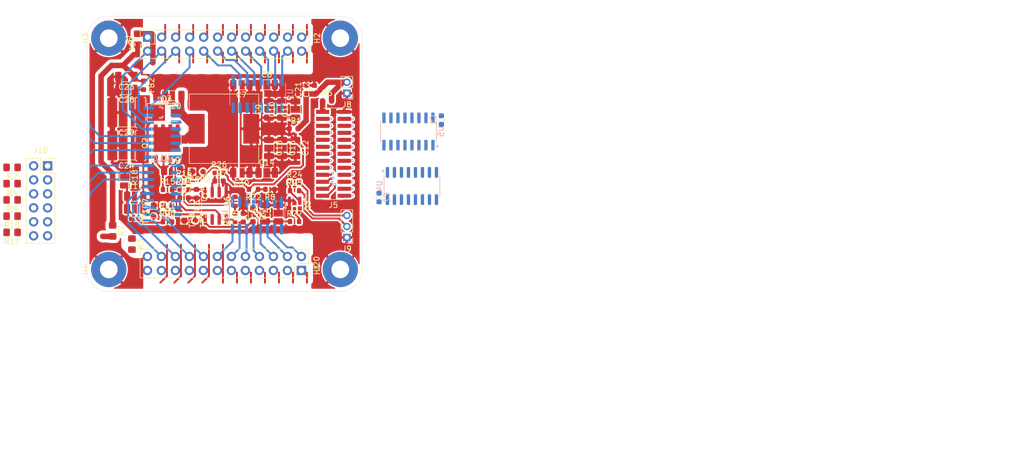
<source format=kicad_pcb>
(kicad_pcb (version 20240108) (generator "pcbnew") (generator_version "8.0")
  (layers (0 "F.Cu" mixed) (1 "In1.Cu" power) (2 "In2.Cu" signal) (3 "In3.Cu" power) (4 "In4.Cu" power) (5 "In5.Cu" signal) (6 "In6.Cu" power) (31 "B.Cu" mixed) (34 "B.Paste" user) (35 "F.Paste" user) (36 "B.SilkS" user "B.Silkscreen") (37 "F.SilkS" user "F.Silkscreen") (38 "B.Mask" user) (39 "F.Mask" user) (44 "Edge.Cuts" user))
  (net 0 "")
  (net 1 "VIN")
  (net 2 "GND")
  (net 3 "VREF")
  (net 4 "Net-(U3-RC)")
  (net 5 "Net-(U3-CS)")
  (net 6 "VCC")
  (net 7 "Net-(D3-K)")
  (net 8 "/FB")
  (net 9 "Net-(D3-A)")
  (net 10 "B+")
  (net 11 "Net-(D4-A)")
  (net 12 "Net-(C25-Pad2)")
  (net 13 "Net-(D4-K)")
  (net 14 "Net-(U3-VCC)")
  (net 15 "/OutTransistorArray/Cath_A03")
  (net 16 "/OutTransistorArray/Cath_A02")
  (net 17 "/OutTransistorArray/Cath_A09")
  (net 18 "/OutTransistorArray/Cath_A08")
  (net 19 "/OutTransistorArray/Cath_A11")
  (net 20 "/OutTransistorArray/Cath_A06")
  (net 21 "/OutTransistorArray/Cath_A10")
  (net 22 "/OutTransistorArray/Cath_A01")
  (net 23 "/OutTransistorArray/Cath_A04")
  (net 24 "/OutTransistorArray/Cath_A07")
  (net 25 "/OutTransistorArray/Cath_A05")
  (net 26 "/OutTransistorArray/Cath_B01")
  (net 27 "/OutTransistorArray/Cath_B10")
  (net 28 "/OutTransistorArray/Cath_B04")
  (net 29 "/OutTransistorArray/Cath_B05")
  (net 30 "/OutTransistorArray/Cath_B11")
  (net 31 "/OutTransistorArray/Cath_B06")
  (net 32 "/OutTransistorArray/Cath_B08")
  (net 33 "/OutTransistorArray/Cath_B07")
  (net 34 "/OutTransistorArray/Cath_B09")
  (net 35 "/OutTransistorArray/Cath_B03")
  (net 36 "/OutTransistorArray/Cath_B02")
  (net 37 "unconnected-(J5-Pin_19-Pad19)")
  (net 38 "/X06")
  (net 39 "unconnected-(J5-Pin_18-Pad18)")
  (net 40 "/X05")
  (net 41 "unconnected-(J5-Pin_23-Pad23)")
  (net 42 "unconnected-(J5-Pin_22-Pad22)")
  (net 43 "unconnected-(J5-Pin_20-Pad20)")
  (net 44 "unconnected-(J5-Pin_17-Pad17)")
  (net 45 "unconnected-(J5-Pin_24-Pad24)")
  (net 46 "unconnected-(J5-Pin_21-Pad21)")
  (net 47 "/OutTransistorArray/Cath_X05")
  (net 48 "/OutTransistorArray/Cath_X06")
  (net 49 "/~{ENABLE}")
  (net 50 "/OutTransistorArray/Cath_X02")
  (net 51 "/OutTransistorArray/Cath_X04")
  (net 52 "/OutTransistorArray/Cath_X01")
  (net 53 "/OutTransistorArray/Cath_X03")
  (net 54 "Net-(Q2-G)")
  (net 55 "/ISENSE")
  (net 56 "Net-(Q3-B)")
  (net 57 "Net-(Q3-C)")
  (net 58 "/GATE_SIG")
  (net 59 "/DemultiplexerArray/A04")
  (net 61 "/DemultiplexerArray/A06")
  (net 62 "/DemultiplexerArray/A07")
  (net 63 "/DemultiplexerArray/A03")
  (net 64 "/DemultiplexerArray/A01")
  (net 65 "/DemultiplexerArray/A02")
  (net 66 "/DemultiplexerArray/A05")
  (net 67 "/DemultiplexerArray/B01")
  (net 68 "/DemultiplexerArray/A09")
  (net 69 "/DemultiplexerArray/B03")
  (net 70 "/DemultiplexerArray/A10")
  (net 72 "/DemultiplexerArray/B02")
  (net 73 "/DemultiplexerArray/A08")
  (net 74 "/DemultiplexerArray/B06")
  (net 75 "/DemultiplexerArray/B04")
  (net 76 "/DemultiplexerArray/B05")
  (net 77 "/DemultiplexerArray/B08")
  (net 78 "/DemultiplexerArray/B09")
  (net 79 "/DemultiplexerArray/B10")
  (net 80 "/DemultiplexerArray/B07")
  (net 83 "/A_bit3")
  (net 84 "/X01")
  (net 85 "/A_bit2")
  (net 86 "/B_bit0")
  (net 87 "/X04")
  (net 88 "/X02")
  (net 89 "/B_bit1")
  (net 90 "/A_bit1")
  (net 91 "/B_bit2")
  (net 92 "/B_bit3")
  (net 93 "/X03")
  (net 94 "/A11")
  (net 95 "/B11")
  (net 96 "/A_bit0")
  (net 97 "Net-(R13-Pad2)")
  (net 98 "Net-(J5-Pin_26)")
  (net 99 "Net-(J19-Pin_23)")
  (net 100 "Net-(J20-Pin_23)")
  (net 101 "Net-(J10-Pin_6)")
  (net 102 "Net-(J10-Pin_10)")
  (net 103 "Net-(J10-Pin_2)")
  (net 104 "Net-(J10-Pin_8)")
  (net 105 "Net-(J10-Pin_4)")
  (net 106 "Net-(J10-Pin_12)")
  (footprint "Capacitor_SMD:C_2220_5750Metric" (layer "F.Cu") (at 57.2 73.5 180)
    (property "Reference" "C24")
    (property "Value" "1u 250V")
  )
  (footprint "Connector_PinHeader_2.00mm:PinHeader_1x03_P2.00mm_Vertical" (layer "F.Cu") (at 97.2 90.2 180)
    (property "Reference" "J9")
    (property "Value" "~{EN}")
  )
  (footprint "Resistor_SMD:R_0603_1608Metric" (layer "F.Cu") (at 80.25 81.45 180)
    (property "Reference" "R22")
    (property "Value" "4k7")
  )
  (footprint "TestPoint:TestPoint_Pad_D1.0mm" (layer "F.Cu") (at 69.7 87.1 -90)
    (property "Reference" "TP3")
    (property "Value" "TP_COMP")
  )
  (footprint "TestPoint:TestPoint_Pad_1.0x1.0mm" (layer "F.Cu") (at 67.7 87.1 -90)
    (property "Reference" "TP8")
    (property "Value" "TP_GND")
  )
  (footprint "Resistor_SMD:R_0603_1608Metric" (layer "F.Cu") (at 76.9 83.65 90)
    (property "Reference" "R6")
    (property "Value" "0")
  )
  (footprint "Resistor_SMD:R_0603_1608Metric" (layer "F.Cu") (at 76.9 86.65 90)
    (property "Reference" "R13")
    (property "Value" "41.2k")
  )
  (footprint "Capacitor_SMD:C_1206_3216Metric" (layer "F.Cu") (at 83.05 66.95 90)
    (property "Reference" "C9")
    (property "Value" "10u 50V")
  )
  (footprint "Resistor_SMD:R_0603_1608Metric" (layer "F.Cu") (at 74 78.4)
    (property "Reference" "R26")
    (property "Value" "0")
  )
  (footprint "Capacitor_SMD:C_2220_5750Metric" (layer "F.Cu") (at 57.2 67.5 180)
    (property "Reference" "C29")
    (property "Value" "1u 250V")
  )
  (footprint "Resistor_SMD:R_0805_2012Metric_Pad1.20x1.40mm_HandSolder" (layer "F.Cu") (at 54.7 89 -90)
    (property "Reference" "R7")
    (property "Value" "8.66k")
  )
  (footprint "Inductor_SMD:L_0603_1608Metric" (layer "F.Cu") (at 87.55 70.45)
    (property "Reference" "FB1")
    (property "Value" "60R@100MHz")
  )
  (footprint "Capacitor_SMD:C_1206_3216Metric" (layer "F.Cu") (at 57.2 63.35 180)
    (property "Reference" "C28")
    (property "Value" "100n 250V")
  )
  (footprint "TestPoint:TestPoint_Pad_D1.0mm" (layer "F.Cu") (at 71.1 78.25 180)
    (property "Reference" "TP2")
    (property "Value" "TP_GATE")
  )
  (footprint "Capacitor_SMD:C_0603_1608Metric" (layer "F.Cu") (at 89.8 63.35 90)
    (property "Reference" "C21")
    (property "Value" "100u")
  )
  (footprint "Diode_SMD:D_SMA" (layer "F.Cu") (at 64.5 67.5)
    (property "Reference" "D3")
    (property "Value" "ES1D")
  )
  (footprint "Capacitor_SMD:C_0603_1608Metric" (layer "F.Cu") (at 91.3 63.35 90)
    (property "Reference" "C22")
    (property "Value" "100n")
  )
  (footprint "Capacitor_SMD:C_1206_3216Metric" (layer "F.Cu") (at 58.8 85 180)
    (property "Reference" "C19")
    (property "Value" "100p 250V")
  )
  (footprint "Resistor_SMD:R_0805_2012Metric_Pad1.20x1.40mm_HandSolder" (layer "F.Cu") (at 58.2 91.4 -90)
    (property "Reference" "R3")
    (property "Value" "8.66k")
  )
  (footprint "Resistor_SMD:R_1206_3216Metric" (layer "F.Cu") (at 56.9 79.3 -90)
    (property "Reference" "R18")
    (property "Value" "7.68k, 1%")
  )
  (footprint "Connector_PinHeader_2.00mm:PinHeader_1x02_P2.00mm_Vertical" (layer "F.Cu") (at 97.2 64 180)
    (property "Reference" "J8")
    (property "Value" "V_IN")
  )
  (footprint "Connector_PinHeader_1.27mm:PinHeader_2x13_P1.27mm_Vertical_SMD" (layer "F.Cu") (at 94.75 75 180)
    (property "Reference" "J5")
    (property "Value" "BCD_IN")
  )
  (footprint "Diode_SMD:D_SOD-323_HandSoldering" (layer "F.Cu") (at 80.15 86.1 -90)
    (property "Reference" "D4")
    (property "Value" "BAT54WS-TP")
  )
  (footprint "Capacitor_SMD:C_0603_1608Metric" (layer "F.Cu") (at 69.9 82.25 -90)
    (property "Reference" "C15")
    (property "Value" "100n")
  )
  (footprint "TestPoint:TestPoint_Pad_1.0x1.0mm" (layer "F.Cu") (at 62.15 84.4 90)
    (property "Reference" "TP7")
    (property "Value" "TP_GND")
  )
  (footprint "Resistor_SMD:R_0603_1608Metric" (layer "F.Cu") (at 93.6 65.4)
    (property "Reference" "R5")
    (property "Value" "0")
  )
  (footprint "TestPoint:TestPoint_Pad_D1.0mm" (layer "F.Cu") (at 62.15 86.4 90)
    (property "Reference" "TP1")
    (property "Value" "TP_FB")
  )
  (footprint "MountingHole:MountingHole_3.2mm_M3_Pad" (layer "F.Cu") (at 96 96 90)
    (property "Reference" "H1")
    (property "Value" "MountingHole_Pad")
  )
  (footprint "Resistor_SMD:R_0603_1608Metric" (layer "F.Cu") (at 87.7 81.7)
    (property "Reference" "R25")
    (property "Value" "1k")
  )
  (footprint "Package_TO_SOT_SMD:SOT-23" (layer "F.Cu") (at 87.7 84.45 -90)
    (property "Reference" "Q3")
    (property "Value" "MMBTA42")
  )
  (footprint "Capacitor_SMD:C_1206_3216Metric" (layer "F.Cu") (at 82.35 85.8 90)
    (property "Reference" "C6")
    (property "Value" "10u 50V")
  )
  (footprint "Resistor_SMD:R_0805_2012Metric_Pad1.20x1.40mm_HandSolder" (layer "F.Cu") (at 36.46 86.32 180)
    (property "Reference" "R10")
    (property "Value" "8.66k")
  )
  (footprint "Capacitor_SMD:C_1206_3216Metric" (layer "F.Cu") (at 85.45 66.95 90)
    (property "Reference" "C10")
    (property "Value" "10u 50V")
  )
  (footprint "Connector_PinSocket_2.54mm:PinSocket_2x12_P2.54mm_Vertical" (layer "F.Cu") (at 61.05 53.81 90)
    (property "Reference" "J19")
    (property "Value" "TubeA")
  )
  (footprint "TestPoint:TestPoint_Pad_1.0x1.0mm" (layer "F.Cu") (at 69.1 78.25 180)
    (property "Reference" "TP6")
    (property "Value" "TP_GND")
  )
  (footprint "Resistor_SMD:R_1206_3216Metric" (layer "F.Cu") (at 65.5 78)
    (property "Reference" "R19")
    (property "Value" "0R1, 1/2W")
  )
  (footprint "Resistor_SMD:R_0805_2012Metric_Pad1.20x1.40mm_HandSolder" (layer "F.Cu") (at 36.46 89.27 180)
    (property "Reference" "R11")
    (property "Value" "8.66k")
  )
  (footprint "Connector_PinSocket_2.54mm:PinSocket_2x12_P2.54mm_Vertical" (layer "F.Cu") (at 88.95 96.19 -90)
    (property "Reference" "J20")
    (property "Value" "TubeB")
  )
  (footprint "Inductor_SMD:L_0603_1608Metric" (layer "F.Cu") (at 60.3 62.55 -90)
    (property "Reference" "FB2")
    (property "Value" "60R@100MHz")
  )
  (footprint "MountingHole:MountingHole_3.2mm_M3_Pad" (layer "F.Cu") (at 96 54 90)
    (property "Reference" "H2")
    (property "Value" "MountingHole_Pad")
  )
  (footprint "Inductor_SMD:L_12x12mm_H8mm" (layer "F.Cu") (at 74.9 70.45 180)
    (property "Reference" "L4")
    (property "Value" "330u")
  )
  (footprint "Capacitor_SMD:C_1206_3216Metric" (layer "F.Cu") (at 82.65 78.45)
    (property "Reference" "C14")
    (property "Value" "10u 50V")
  )
  (footprint "Resistor_SMD:R_0603_1608Metric" (layer "F.Cu") (at 67.65 80)
    (property "Reference" "R16")
    (property "Value" "10R")
  )
  (footprint "Resistor_SMD:R_0603_1608Metric" (layer "F.Cu") (at 87.7 87.3)
    (property "Reference" "R27")
    (property "Value" "24R")
  )
  (footprint "Resistor_SMD:R_0603_1608Metric" (layer "F.Cu") (at 87.7 80.2)
    (property "Reference" "R24")
    (property "Value" "100k")
  )
  (footprint "Capacitor_SMD:C_1206_3216Metric" (layer "F.Cu") (at 82.65 62.45)
    (property "Reference" "C8")
    (property "Value" "10u 50V")
  )
  (footprint "Resistor_SMD:R_1206_3216Metric" (layer "F.Cu") (at 58.8 82.7)
    (property "Reference" "R17")
    (property "Value" "634k, 1%")
  )
  (footprint "Capacitor_SMD:C_1206_3216Metric" (layer "F.Cu") (at 65.7 64.45 180)
    (property "Reference" "C20")
    (property "Value" "560p 250V")
  )
  (footprint "Capacitor_SMD:C_1206_3216Metric" (layer "F.Cu") (at 87.85 73.95 -90)
    (property "Reference" "C12")
    (property "Value" "10u 50V")
  )
  (footprint "Resistor_SMD:R_0603_1608Metric" (layer "F.Cu") (at 64.65 85.85)
    (property "Reference" "R21")
    (property "Value" "0")
  )
  (footprint "Capacitor_SMD:C_0603_1608Metric" (layer "F.Cu") (at 67.65 83)
    (property "Reference" "C17")
    (property "Value" "1n")
  )
  (footprint "Capacitor_SMD:C_1206_3216Metric" (layer "F.Cu") (at 78.05 78.45 180)
    (property "Reference" "C30")
    (property "Value" "10u 50V")
  )
  (footprint "Resistor_SMD:R_0805_2012Metric_Pad1.20x1.40mm_HandSolder" (layer "F.Cu") (at 59.25 54.2 90)
    (property "Reference" "R1")
    (property "Value" "8.66k")
  )
  (footprint "MountingHole:MountingHole_3.2mm_M3_Pad" (layer "F.Cu") (at 54 96 90)
    (property "Reference" "H4")
    (property "Value" "MountingHole_Pad")
  )
  (footprint "Resistor_SMD:R_0805_2012Metric_Pad1.20x1.40mm_HandSolder" (layer "F.Cu") (at 36.46 77.47 180)
    (property "Reference" "R2")
    (property "Value" "8.66k")
  )
  (footprint "Capacitor_SMD:C_1206_3216Metric" (layer "F.Cu") (at 85.45 73.95 -90)
    (property "Reference" "C13")
    (property "Value" "10u 50V")
  )
  (footprint "Package_SO:SOIC-8_3.9x4.9mm_P1.27mm" (layer "F.Cu") (at 73.4 84.45 90)
    (property "Reference" "U3")
    (property "Value" "UCC3800")
  )
  (footprint "Capacitor_SMD:C_0603_1608Metric" (layer "F.Cu") (at 78.4 86.6 90)
    (property "Reference" "C16")
    (property "Value" "330p")
  )
  (footprint "Capacitor_SMD:C_1206_3216Metric" (layer "F.Cu") (at 87.85 66.95 90)
    (property "Reference" "C11")
    (property "Value" "10u 50V")
  )
  (footprint "Resistor_SMD:R_0603_1608Metric" (layer "F.Cu") (at 67.65 81.5)
    (property "Reference" "R14")
    (property "Value" "4.12k")
  )
  (footprint "Resistor_SMD:R_0603_1608Metric" (layer "F.Cu") (at 64.65 87.35)
    (property "Reference" "R20")
    (property "Value" "0")
  )
  (footprint "Resistor_SMD:R_0603_1608Metric" (layer "F.Cu") (at 64.65 81.5)
    (property "Reference" "R15")
    (property "Value" "1k")
  )
  (footprint "Capacitor_SMD:C_0603_1608Metric" (layer "F.Cu") (at 74 79.95)
    (property "Reference" "C27")
    (property "Value" "100n")
  )
  (footprint "Resistor_SMD:R_0603_1608Metric" (layer "F.Cu") (at 83.25 81.45 180)
    (property "Reference" "R8")
    (property "Value" "220k")
  )
  (footprint "Capacitor_SMD:C_1206_3216Metric" (layer "F.Cu") (at 84.75 85.8 90)
    (property "Reference" "C5")
    (property "Value" "10u 50V")
  )
  (footprint "Capacitor_SMD:C_1206_3216Metric" (layer "F.Cu") (at 57.2 61 180)
    (property "Reference" "C23")
    (property "Value" "100n 250V")
  )
  (footprint "Connector_PinSocket_2.54mm:PinSocket_2x06_P2.54mm_Vertical" (layer "F.Cu") (at 42.9 77.19)
    (property "Reference" "J10")
    (property "Value" "Extras")
  )
  (footprint "Resistor_SMD:R_0805_2012Metric_Pad1.20x1.40mm_HandSolder" (layer "F.Cu") (at 36.46 80.42 180)
    (property "Reference" "R4")
    (property "Value" "8.66k")
  )
  (footprint "MountingHole:MountingHole_3.2mm_M3_Pad" (layer "F.Cu") (at 54 54 90)
    (property "Reference" "H3")
    (property "Value" "MountingHole_Pad")
  )
  (footprint "Package_SON:Infineon_PG-TDSON-8_6.15x5.15mm" (layer "F.Cu") (at 64.5 73.075 90)
    (property "Reference" "Q2")
    (property "Value" "BSC900N20NS3 G")
  )
  (footprint "Capacitor_SMD:C_1206_3216Metric" (layer "F.Cu") (at 83.05 73.95 -90)
    (property "Reference" "C18")
    (property "Value" "10u 50V")
  )
  (footprint "Capacitor_SMD:C_1206_3216Metric" (layer "F.Cu") (at 78.05 62.45 180)
    (property "Reference" "C7")
    (property "Value" "10u 50V")
  )
  (footprint "Capacitor_SMD:C_0603_1608Metric" (layer "F.Cu") (at 64.65 84.35 180)
    (property "Reference" "C25")
    (property "Value" "220p")
  )
  (footprint "Resistor_SMD:R_0805_2012Metric_Pad1.20x1.40mm_HandSolder" (layer "F.Cu") (at 36.46 83.37 180)
    (property "Reference" "R9")
    (property "Value" "8.66k")
  )
  (footprint "Package_SO:SOIC-16_3.9x9.9mm_P1.27mm" (layer "B.Cu") (at 63.725 71.155 180)
    (property "Reference" "U7")
    (property "Value" "SN75468")
  )
  (footprint "Capacitor_SMD:C_0603_1608Metric" (layer "B.Cu") (at 114.334 68.866 -90)
    (property "Reference" "C1")
    (property "Value" "100n")
  )
  (footprint "Package_SO:SOIC-16_3.9x9.9mm_P1.27mm" (layer "B.Cu") (at 81.015 64.15 90)
    (property "Reference" "U1")
    (property "Value" "SN75468")
  )
  (footprint "Package_SO:SOIC-16_3.9x9.9mm_P1.27mm" (layer "B.Cu") (at 63.725 81.575 180)
    (property "Reference" "U17")
    (property "Value" "SN75468")
  )
  (footprint "Package_SO:SOIC-16_3.9x9.9mm_P1.27mm" (layer "B.Cu") (at 80.9 86.2 -90)
    (property "Reference" "U2")
    (property "Value" "SN75468")
  )
  (footprint "Package_SO:SOIC-16_3.9x9.9mm_P1.27mm" (layer "B.Cu") (at 109 80.85 -90)
    (property "Reference" "U4")
    (property "Value" "4028")
  )
  (footprint "Capacitor_SMD:C_0603_1608Metric" (layer "B.Cu") (at 103.031 82.934 90)
    (property "Reference" "C2")
    (property "Value" "100n")
  )
  (footprint "Package_SO:SOIC-16_3.9x9.9mm_P1.27mm" (layer "B.Cu") (at 108.365 70.95 90)
    (property "Reference" "U5")
    (property "Value" "4028")
  )
  (gr_arc (start 54 100) (mid 51.171573 98.828427) (end 50 96) (stroke (width 0.05)) (layer "Edge.Cuts"))
  (gr_arc (start 50 54) (mid 51.171573 51.171573) (end 54 50) (stroke (width 0.05)) (layer "Edge.Cuts"))
  (gr_arc (start 100 96) (mid 98.828427 98.828427) (end 96 100) (stroke (width 0.05)) (layer "Edge.Cuts"))
  (gr_line (start 100 96) (end 100 54) (stroke (width 0.05)) (layer "Edge.Cuts"))
  (gr_arc (start 96 50) (mid 98.828427 51.171573) (end 100 54) (stroke (width 0.05)) (layer "Edge.Cuts"))
  (gr_line (start 96 50) (end 54 50) (stroke (width 0.05)) (layer "Edge.Cuts"))
  (gr_line (start 50 54) (end 50 96) (stroke (width 0.05)) (layer "Edge.Cuts"))
  (gr_line (start 54 100) (end 96 100) (stroke (width 0.05)) (layer "Edge.Cuts"))
  (segment (start 91.177818 86.2) (end 90.05 85.072182) (width 0.35) (layer "F.Cu") (net 1))
  (segment (start 94.425 64.025) (end 94.425 65.4) (width 1) (layer "F.Cu") (net 1))
  (segment (start 89.8 64.125) (end 91.3 64.125) (width 1) (layer "F.Cu") (net 1))
  (segment (start 90.05 85.072182) (end 90.05 81.725) (width 0.35) (layer "F.Cu") (net 1))
  (segment (start 96.45 62) (end 94.425 64.025) (width 1) (layer "F.Cu") (net 1))
  (segment (start 93.664382 62) (end 91.539382 64.125) (width 1) (layer "F.Cu") (net 1))
  (segment (start 97.2 86.2) (end 91.177818 86.2) (width 0.35) (layer "F.Cu") (net 1))
  (segment (start 89.8 64.125) (end 89.8 68.9875) (width 1) (layer "F.Cu") (net 1))
  (segment (start 90.05 81.725) (end 88.525 80.2) (width 0.35) (layer "F.Cu") (net 1))
  (segment (start 89.8 68.9875) (end 88.3375 70.45) (width 1) (layer "F.Cu") (net 1))
  (segment (start 97.2 62) (end 93.664382 62) (width 1) (layer "F.Cu") (net 1))
  (segment (start 97.2 62) (end 96.45 62) (width 1) (layer "F.Cu") (net 1))
  (segment (start 91.539382 64.125) (end 91.3 64.125) (width 1) (layer "F.Cu") (net 1))
  (segment (start 69.9 83.025) (end 70.823382 83.025) (width 0.35) (layer "F.Cu") (net 2))
  (segment (start 75.305 80.48) (end 74.775 79.95) (width 0.35) (layer "F.Cu") (net 2))
  (segment (start 54.65 73.45) (end 54.65 67.55) (width 1) (layer "F.Cu") (net 2))
  (segment (start 75.305 82.426618) (end 75.305 81.975) (width 0.35) (layer "F.Cu") (net 2))
  (segment (start 55.725 63.35) (end 55.725 61) (width 1) (layer "F.Cu") (net 2))
  (segment (start 74.406618 83.325) (end 75.305 82.426618) (width 0.35) (layer "F.Cu") (net 2))
  (segment (start 75.305 81.975) (end 75.305 80.48) (width 0.35) (layer "F.Cu") (net 2))
  (segment (start 70.823382 83.025) (end 71.123382 83.325) (width 0.35) (layer "F.Cu") (net 2))
  (segment (start 54.65 67.55) (end 54.65 64.425) (width 1) (layer "F.Cu") (net 2))
  (segment (start 77.525 81.975) (end 75.305 81.975) (width 0.35) (layer "F.Cu") (net 2))
  (segment (start 69.875 83.05) (end 69.9 83.025) (width 0.35) (layer "F.Cu") (net 2))
  (segment (start 71.123382 83.325) (end 74.406618 83.325) (width 0.35) (layer "F.Cu") (net 2))
  (segment (start 78.4 85.825) (end 78.4 82.85) (width 0.35) (layer "F.Cu") (net 2))
  (segment (start 54.65 64.425) (end 55.725 63.35) (width 1) (layer "F.Cu") (net 2))
  (segment (start 68.425 83) (end 69.875 83) (width 0.35) (layer "F.Cu") (net 2))
  (segment (start 78.4 82.85) (end 77.525 81.975) (width 0.35) (layer "F.Cu") (net 2))
  (segment (start 70.995 81.475) (end 71.495 81.975) (width 0.35) (layer "F.Cu") (net 3))
  (segment (start 76.9 82.825) (end 75.375 84.35) (width 0.25) (layer "F.Cu") (net 3))
  (segment (start 69.9 81.475) (end 68.5 81.475) (width 0.35) (layer "F.Cu") (net 3))
  (segment (start 67.65 82.325) (end 68.475 81.5) (width 0.25) (layer "F.Cu") (net 3))
  (segment (start 68.3 84.35) (end 67.65 83.7) (width 0.25) (layer "F.Cu") (net 3))
  (segment (start 75.375 84.35) (end 68.3 84.35) (width 0.25) (layer "F.Cu") (net 3))
  (segment (start 67.65 83.7) (end 67.65 82.325) (width 0.25) (layer "F.Cu") (net 3))
  (segment (start 69.9 81.475) (end 70.995 81.475) (width 0.35) (layer "F.Cu") (net 3))
  (segment (start 78.3 87.475) (end 78.4 87.375) (width 0.35) (layer "F.Cu") (net 4))
  (segment (start 76.9 87.475) (end 78.3 87.475) (width 0.35) (layer "F.Cu") (net 4))
  (segment (start 76.35 86.925) (end 76.9 87.475) (width 0.35) (layer "F.Cu") (net 4))
  (segment (start 75.305 86.925) (end 76.35 86.925) (width 0.35) (layer "F.Cu") (net 4))
  (segment (start 66.875 84.175) (end 66.875 83.5) (width 0.35) (layer "F.Cu") (net 5))
  (segment (start 74.035 86.925) (end 74.035 85.950001) (width 0.35) (layer "F.Cu") (net 5))
  (segment (start 73.334999 85.25) (end 67.95 85.25) (width 0.35) (layer "F.Cu") (net 5))
  (segment (start 66.825 81.5) (end 65.475 81.5) (width 0.35) (layer "F.Cu") (net 5))
  (segment (start 66.875 83) (end 66.875 81.55) (width 0.35) (layer "F.Cu") (net 5))
  (segment (start 74.035 85.950001) (end 73.334999 85.25) (width 0.35) (layer "F.Cu") (net 5))
  (segment (start 67.95 85.25) (end 66.875 84.175) (width 0.35) (layer "F.Cu") (net 5))
  (segment (start 86.7625 70.45) (end 86.7625 69.5125) (width 0.35) (layer "F.Cu") (net 6))
  (segment (start 86.7625 71.3875) (end 87.85 72.475) (width 0.35) (layer "F.Cu") (net 6))
  (segment (start 81.875 68.425) (end 79.85 70.45) (width 0.35) (layer "F.Cu") (net 6))
  (segment (start 87.85 68.425) (end 83.05 68.425) (width 0.35) (layer "F.Cu") (net 6))
  (segment (start 80.925 71.525) (end 79.85 70.45) (width 0.35) (layer "F.Cu") (net 6))
  (segment (start 80.925 69.375) (end 79.85 70.45) (width 0.35) (layer "F.Cu") (net 6))
  (segment (start 79.425 81.45) (end 80.325 80.55) (width 0.35) (layer "F.Cu") (net 6))
  (segment (start 79.85 70.45) (end 79.85 62.775) (width 0.35) (layer "F.Cu") (net 6))
  (segment (start 83.9 80.55) (end 86.95 77.5) (width 0.35) (layer "F.Cu") (net 6))
  (segment (start 86.95 77.5) (end 88.8 77.5) (width 0.35) (layer "F.Cu") (net 6))
  (segment (start 81.875 72.475) (end 79.85 70.45) (width 0.35) (layer "F.Cu") (net 6))
  (segment (start 76.6 80.6) (end 75.6 79.6) (width 0.35) (layer "F.Cu") (net 6))
  (segment (start 86.7625 70.45) (end 86.7625 71.3875) (width 0.35) (layer "F.Cu") (net 6))
  (segment (start 75.6 79.6) (end 75.6 79.175) (width 0.35) (layer "F.Cu") (net 6))
  (segment (start 79.425 81.45) (end 78.575 80.6) (width 0.35) (layer "F.Cu") (net 6))
  (segment (start 83.05 68.425) (end 81.875 68.425) (width 0.35) (layer "F.Cu") (net 6))
  (segment (start 89.25 77.05) (end 89.25 73.875) (width 0.35) (layer "F.Cu") (net 6))
  (segment (start 81.175 62.45) (end 80.925 62.7) (width 0.35) (layer "F.Cu") (net 6))
  (segment (start 86.7625 69.5125) (end 87.85 68.425) (width 0.35) (layer "F.Cu") (net 6))
  (segment (start 81.175 78.45) (end 80.925 78.2) (width 0.35) (layer "F.Cu") (net 6))
  (segment (start 79.85 62.775) (end 79.525 62.45) (width 0.35) (layer "F.Cu") (net 6))
  (segment (start 80.925 78.2) (end 80.925 71.525) (width 0.35) (layer "F.Cu") (net 6))
  (segment (start 75.6 79.175) (end 74.825 78.4) (width 0.35) (layer "F.Cu") (net 6))
  (segment (start 88.8 77.5) (end 89.25 77.05) (width 0.35) (layer "F.Cu") (net 6))
  (segment (start 80.925 62.7) (end 80.925 69.375) (width 0.35) (layer "F.Cu") (net 6))
  (segment (start 79.85 70.45) (end 79.85 78.125) (width 0.35) (layer "F.Cu") (net 6))
  (segment (start 79.85 78.125) (end 79.525 78.45) (width 0.35) (layer "F.Cu") (net 6))
  (segment (start 83.05 72.475) (end 81.875 72.475) (width 0.35) (layer "F.Cu") (net 6))
  (segment (start 87.85 72.475) (end 83.05 72.475) (width 0.35) (layer "F.Cu") (net 6))
  (segment (start 78.575 80.6) (end 76.6 80.6) (width 0.35) (layer "F.Cu") (net 6))
  (segment (start 89.25 73.875) (end 87.85 72.475) (width 0.35) (layer "F.Cu") (net 6))
  (segment (start 80.325 80.55) (end 83.9 80.55) (width 0.35) (layer "F.Cu") (net 6))
  (segment (start 58.675 63.35) (end 60.2875 63.35) (width 0.35) (layer "F.Cu") (net 7))
  (segment (start 60.2625 73.9625) (end 60.1125 73.8125) (width 0.35) (layer "F.Cu") (net 7))
  (segment (start 60.2625 83.1875) (end 60.2625 73.9625) (width 0.35) (layer "F.Cu") (net 7))
  (segment (start 60.275 83.2) (end 60.2625 83.1875) (width 0.35) (layer "F.Cu") (net 7))
  (segment (start 60.2875 63.35) (end 60.3 63.3375) (width 0.35) (layer "F.Cu") (net 7))
  (segment (start 60.275 85.6375) (end 60.275 83.2) (width 0.35) (layer "F.Cu") (net 7))
  (segment (start 62.15 86.4) (end 62.15 87.5) (width 0.35) (layer "F.Cu") (net 8))
  (segment (start 57.3125 81.175) (end 57.3125 83.0625) (width 0.35) (layer "F.Cu") (net 8))
  (segment (start 59.825 87.5) (end 57.325 85) (width 0.35) (layer "F.Cu") (net 8))
  (segment (start 57.325 83.175) (end 57.325 85) (width 0.35) (layer "F.Cu") (net 8))
  (segment (start 56.9 80.7625) (end 57.3125 81.175) (width 0.35) (layer "F.Cu") (net 8))
  (segment (start 63.825 87.35) (end 63.825 85.85) (width 0.35) (layer "F.Cu") (net 8))
  (segment (start 63.825 87.35) (end 63.675 87.5) (width 0.35) (layer "F.Cu") (net 8))
  (segment (start 63.675 87.5) (end 62.15 87.5) (width 0.35) (layer "F.Cu") (net 8))
  (segment (start 57.3125 83.1625) (end 57.325 83.175) (width 0.35) (layer "F.Cu") (net 8))
  (segment (start 62.15 87.5) (end 59.825 87.5) (width 0.35) (layer "F.Cu") (net 8))
  (segment (start 64.5 72.4) (end 68 72.4) (width 1.5) (layer "F.Cu") (net 9))
  (segment (start 67.175 66.825) (end 66.5 67.5) (width 1) (layer "F.Cu") (net 9))
  (segment (start 67 67.5) (end 69.95 70.45) (width 1.5) (layer "F.Cu") (net 9))
  (segment (start 66.5 67.5) (end 67 67.5) (width 1.5) (layer "F.Cu") (net 9))
  (segment (start 68 72.4) (end 69.95 70.45) (width 1.5) (layer "F.Cu") (net 9))
  (segment (start 67.175 64.45) (end 67.175 66.825) (width 1) (layer "F.Cu") (net 9))
  (segment (start 52.6 60.85) (end 52.6 76.5) (width 1) (layer "F.Cu") (net 10))
  (segment (start 52.6 76.5) (end 54.7 78.6) (width 1) (layer "F.Cu") (net 10))
  (segment (start 60.3 61.7625) (end 59.4375 61.7625) (width 0.35) (layer "F.Cu") (net 10))
  (segment (start 54.5 58.95) (end 52.6 60.85) (width 1) (layer "F.Cu") (net 10))
  (segment (start 58.675 61) (end 56.625 58.95) (width 1) (layer "F.Cu") (net 10))
  (segment (start 59.4375 61.7625) (end 58.675 61) (width 0.35) (layer "F.Cu") (net 10))
  (segment (start 54.7 78.6) (end 54.7 88) (width 1) (layer "F.Cu") (net 10))
  (segment (start 56.625 58.908884) (end 56.625 58.95) (width 1) (layer "F.Cu") (net 10))
  (segment (start 56.625 58.95) (end 54.5 58.95) (width 1) (layer "F.Cu") (net 10))
  (segment (start 58.533884 57) (end 56.625 58.908884) (width 1) (layer "F.Cu") (net 10))
  (segment (start 59.25 57) (end 59.25 55.2) (width 1) (layer "F.Cu") (net 10))
  (segment (start 52.9 90) (end 54.7 90) (width 1) (layer "F.Cu") (net 10))
  (segment (start 59.25 57) (end 58.533884 57) (width 1) (layer "F.Cu") (net 10))
  (segment (start 65.475 85.85) (end 65.475 84.4) (width 0.35) (layer "F.Cu") (net 11))
  (segment (start 78.975 88.275) (end 72.275 88.275) (width 0.35) (layer "F.Cu") (net 11))
  (segment (start 71.495 86.925) (end 70.57 86) (width 0.35) (layer "F.Cu") (net 11))
  (segment (start 69.65 87.05) (end 69.65 86) (width 0.35) (layer "F.Cu") (net 11))
  (segment (start 72.275 88.275) (end 71.495 87.495) (width 0.35) (layer "F.Cu") (net 11))
  (segment (start 79.9 87.35) (end 78.975 88.275) (width 0.35) (layer "F.Cu") (net 11))
  (segment (start 69.7 87.1) (end 69.65 87.05) (width 0.35) (layer "F.Cu") (net 11))
  (segment (start 71.495 87.495) (end 71.495 86.925) (width 0.35) (layer "F.Cu") (net 11))
  (segment (start 70.57 86) (end 65.475 86) (width 0.35) (layer "F.Cu") (net 11))
  (segment (start 65.475 84.4) (end 65.425 84.35) (width 0.35) (layer "F.Cu") (net 11))
  (segment (start 80.15 87.35) (end 79.9 87.35) (width 0.35) (layer "F.Cu") (net 11))
  (segment (start 64.65 86.525) (end 64.65 85.125) (width 0.35) (layer "F.Cu") (net 12))
  (segment (start 64.65 85.125) (end 63.875 84.35) (width 0.35) (layer "F.Cu") (net 12))
  (segment (start 65.475 87.35) (end 64.65 86.525) (width 0.35) (layer "F.Cu") (net 12))
  (segment (start 86.6 87.275) (end 86.875 87) (width 0.35) (layer "F.Cu") (net 13))
  (segment (start 80.15 84.85) (end 80.15 82.375) (width 0.35) (layer "F.Cu") (net 13))
  (segment (start 82.35 87.275) (end 80.15 85.075) (width 0.35) (layer "F.Cu") (net 13))
  (segment (start 80.15 85.075) (end 80.15 84.85) (width 0.35) (layer "F.Cu") (net 13))
  (segment (start 84.75 87.275) (end 86.1 87.275) (width 0.35) (layer "F.Cu") (net 13))
  (segment (start 81.075 81.45) (end 82.425 81.45) (width 0.35) (layer "F.Cu") (net 13))
  (segment (start 80.15 82.375) (end 81.075 81.45) (width 0.35) (layer "F.Cu") (net 13))
  (segment (start 86.1 87.275) (end 86.6 87.275) (width 0.35) (layer "F.Cu") (net 13))
  (segment (start 84.75 87.275) (end 82.35 87.275) (width 0.35) (layer "F.Cu") (net 13))
  (segment (start 73.225 79.95) (end 73.225 78.45) (width 0.35) (layer "F.Cu") (net 14))
  (segment (start 72.765 80.41) (end 73.225 79.95) (width 0.35) (layer "F.Cu") (net 14))
  (segment (start 72.765 81.975) (end 72.765 80.41) (width 0.35) (layer "F.Cu") (net 14))
  (segment (start 84.87 53.4) (end 84.87 51.575) (width 0.35) (layer "F.Cu") (net 15))
  (segment (start 66.77 58.425) (end 66.77 56.6) (width 0.35) (layer "F.Cu") (net 15))
  (segment (start 66.77 53.4) (end 66.77 51.575) (width 0.35) (layer "F.Cu") (net 15))
  (segment (start 60.232696 67.98) (end 59.4 67.147304) (width 0.35) (layer "B.Cu") (net 15))
  (segment (start 59.4 63.08) (end 66.13 56.35) (width 0.35) (layer "B.Cu") (net 15))
  (segment (start 61.25 67.98) (end 60.232696 67.98) (width 0.35) (layer "B.Cu") (net 15))
  (segment (start 59.4 67.147304) (end 59.4 63.08) (width 0.35) (layer "B.Cu") (net 15))
  (segment (start 64.23 53.4) (end 64.23 51.575) (width 0.35) (layer "F.Cu") (net 16))
  (segment (start 64.23 58.425) (end 64.23 56.6) (width 0.35) (layer "F.Cu") (net 16))
  (segment (start 87.41 53.4) (end 87.41 51.575) (width 0.35) (layer "F.Cu") (net 16))
  (segment (start 57.8 62.14) (end 63.59 56.35) (width 0.35) (layer "B.Cu") (net 16))
  (segment (start 60.159194 69.25) (end 57.8 66.890806) (width 0.35) (layer "B.Cu") (net 16))
  (segment (start 57.8 66.890806) (end 57.8 62.14) (width 0.35) (layer "B.Cu") (net 16))
  (segment (start 61.25 69.25) (end 60.159194 69.25) (width 0.35) (layer "B.Cu") (net 16))
  (segment (start 82.33 58.425) (end 82.33 56.6) (width 0.35) (layer "F.Cu") (net 17))
  (segment (start 82.92 61.675) (end 82.92 57.9) (width 0.35) (layer "B.Cu") (net 17))
  (segment (start 82.92 57.9) (end 81.37 56.35) (width 0.35) (layer "B.Cu") (net 17))
  (segment (start 79.79 58.425) (end 79.79 56.6) (width 0.35) (layer "F.Cu") (net 18))
  (segment (start 81.65 59.17) (end 78.83 56.35) (width 0.35) (layer "B.Cu") (net 18))
  (segment (start 81.65 61.675) (end 81.65 59.17) (width 0.35) (layer "B.Cu") (net 18))
  (segment (start 87.41 58.425) (end 87.41 56.6) (width 0.35) (layer "F.Cu") (net 19))
  (segment (start 85.46 61.675) (end 85.46 57.34) (width 0.35) (layer "B.Cu") (net 19))
  (segment (start 85.46 57.34) (end 86.45 56.35) (width 0.35) (layer "B.Cu") (net 19))
  (segment (start 74.71 58.425) (end 74.71 56.6) (width 0.35) (layer "F.Cu") (net 20))
  (segment (start 77.25 53.4) (end 77.25 51.575) (width 0.35) (layer "F.Cu") (net 20))
  (segment (start 79.11 61.675) (end 79.11 60.303502) (width 0.35) (layer "B.Cu") (net 20))
  (segment (start 75.375 57.975) (end 73.75 56.35) (width 0.35) (layer "B.Cu") (net 20))
  (segment (start 79.11 60.303502) (end 76.781498 57.975) (width 0.35) (layer "B.Cu") (net 20))
  (segment (start 76.781498 57.975) (end 75.375 57.975) (width 0.35) (layer "B.Cu") (net 20))
  (segment (start 84.87 58.425) (end 84.87 56.6) (width 0.35) (layer "F.Cu") (net 21))
  (segment (start 84.19 56.63) (end 83.91 56.35) (width 0.35) (layer "B.Cu") (net 21))
  (segment (start 84.19 61.675) (end 84.19 56.63) (width 0.35) (layer "B.Cu") (net 21))
  (segment (start 89.95 53.4) (end 89.95 51.575) (width 0.35) (layer "F.Cu") (net 22))
  (segment (start 61.25 70.52) (end 60.085692 70.52) (width 0.35) (layer "B.Cu") (net 22))
  (segment (start 56.55 66.984308) (end 56.55 60.85) (width 0.35) (layer "B.Cu") (net 22))
  (segment (start 56.55 60.85) (end 61.05 56.35) (width 0.35) (layer "B.Cu") (net 22))
  (segment (start 60.085692 70.52) (end 56.55 66.984308) (width 0.35) (layer "B.Cu") (net 22))
  (segment (start 69.31 58.425) (end 69.31 56.6) (width 0.35) (layer "F.Cu") (net 23))
  (segment (start 69.31 53.4) (end 69.31 51.575) (width 0.35) (layer "F.Cu") (net 23))
  (segment (start 82.33 53.4) (end 82.33 51.575) (width 0.35) (layer "F.Cu") (net 23))
  (segment (start 68.67 59.29) (end 68.67 56.35) (width 0.35) (layer "B.Cu") (net 23))
  (segment (start 61.25 66.71) (end 68.67 59.29) (width 0.35) (layer "B.Cu") (net 23))
  (segment (start 74.71 53.4) (end 74.71 51.575) (width 0.35) (layer "F.Cu") (net 24))
  (segment (start 77.25 58.425) (end 77.25 56.6) (width 0.35) (layer "F.Cu") (net 24))
  (segment (start 80.38 61.675) (end 80.38 60.23) (width 0.35) (layer "B.Cu") (net 24))
  (segment (start 76.5 56.35) (end 76.29 56.35) (width 0.35) (layer "B.Cu") (net 24))
  (segment (start 80.38 60.23) (end 76.5 56.35) (width 0.35) (layer "B.Cu") (net 24))
  (segment (start 79.79 53.4) (end 79.79 51.575) (width 0.35) (layer "F.Cu") (net 25))
  (segment (start 71.85 53.4) (end 71.85 51.575) (width 0.35) (layer "F.Cu") (net 25))
  (segment (start 71.85 58.425) (end 71.85 56.6) (width 0.35) (layer "F.Cu") (net 25))
  (segment (start 73.81 58.95) (end 71.21 56.35) (width 0.35) (layer "B.Cu") (net 25))
  (segment (start 76.132304 58.95) (end 73.81 58.95) (width 0.35) (layer "B.Cu") (net 25))
  (segment (start 77.84 61.675) (end 77.84 60.657696) (width 0.35) (layer "B.Cu") (net 25))
  (segment (start 77.84 60.657696) (end 76.132304 58.95) (width 0.35) (layer "B.Cu") (net 25))
  (segment (start 89.95 96.575) (end 89.95 98.4) (width 0.35) (layer "F.Cu") (net 26))
  (segment (start 86.382696 92) (end 87.3 92) (width 0.35) (layer "B.Cu") (net 26))
  (segment (start 87.3 92) (end 88.95 93.65) (width 0.35) (layer "B.Cu") (net 26))
  (segment (start 84.075 88.675) (end 84.075 89.692304) (width 0.35) (layer "B.Cu") (net 26))
  (segment (start 84.075 89.692304) (end 86.382696 92) (width 0.35) (layer "B.Cu") (net 26))
  (segment (start 67.09 91.525) (end 67.09 97.2) (width 0.35) (layer "F.Cu") (net 27))
  (segment (start 67.09 97.2) (end 65.89 98.4) (width 0.35) (layer "F.Cu") (net 27))
  (segment (start 58.45 86.850807) (end 59.644193 88.045) (width 0.35) (layer "B.Cu") (net 27))
  (segment (start 60.485 88.045) (end 66.09 93.65) (width 0.35) (layer "B.Cu") (net 27))
  (segment (start 60.159193 82.21) (end 58.45 83.919193) (width 0.35) (layer "B.Cu") (net 27))
  (segment (start 59.644193 88.045) (end 60.485 88.045) (width 0.35) (layer "B.Cu") (net 27))
  (segment (start 61.25 82.21) (end 60.159193 82.21) (width 0.35) (layer "B.Cu") (net 27))
  (segment (start 58.45 83.919193) (end 58.45 86.850807) (width 0.35) (layer "B.Cu") (net 27))
  (segment (start 82.33 96.575) (end 82.33 98.4) (width 0.35) (layer "F.Cu") (net 28))
  (segment (start 80.265 88.675) (end 80.265 92.585) (width 0.35) (layer "B.Cu") (net 28))
  (segment (start 80.265 92.585) (end 81.33 93.65) (width 0.35) (layer "B.Cu") (net 28))
  (segment (start 79.79 96.575) (end 79.79 98.4) (width 0.35) (layer "F.Cu") (net 29))
  (segment (start 78.995 93.445) (end 78.79 93.65) (width 0.35) (layer "B.Cu") (net 29))
  (segment (start 78.995 88.675) (end 78.995 93.445) (width 0.35) (layer "B.Cu") (net 29))
  (segment (start 64.55 97.2) (end 63.35 98.4) (width 0.35) (layer "F.Cu") (net 30))
  (segment (start 64.55 91.525) (end 64.55 97.2) (width 0.35) (layer "F.Cu") (net 30))
  (segment (start 61.25 80.94) (end 60.08569 80.94) (width 0.35) (layer "B.Cu") (net 30))
  (segment (start 60.08569 80.94) (end 57.5 83.52569) (width 0.35) (layer "B.Cu") (net 30))
  (segment (start 57.5 83.52569) (end 57.5 87.6) (width 0.35) (layer "B.Cu") (net 30))
  (segment (start 57.5 87.6) (end 63.55 93.65) (width 0.35) (layer "B.Cu") (net 30))
  (segment (start 77.25 96.575) (end 77.25 98.4) (width 0.35) (layer "F.Cu") (net 31))
  (segment (start 77.725 92.175) (end 76.25 93.65) (width 0.35) (layer "B.Cu") (net 31))
  (segment (start 77.725 88.675) (end 77.725 92.175) (width 0.35) (layer "B.Cu") (net 31))
  (segment (start 72.17 97.2) (end 70.97 98.4) (width 0.35) (layer "F.Cu") (net 32))
  (segment (start 72.17 91.525) (end 72.17 97.2) (width 0.35) (layer "F.Cu") (net 32))
  (segment (start 62.27 84.75) (end 71.17 93.65) (width 0.35) (layer "B.Cu") (net 32))
  (segment (start 61.25 84.75) (end 62.27 84.75) (width 0.35) (layer "B.Cu") (net 32))
  (segment (start 74.71 91.525) (end 74.71 98.4) (width 0.35) (layer "F.Cu") (net 33))
  (segment (start 76.455 88.675) (end 76.455 90.905) (width 0.35) (layer "B.Cu") (net 33))
  (segment (start 76.455 90.905) (end 73.71 93.65) (width 0.35) (layer "B.Cu") (net 33))
  (segment (start 69.63 91.525) (end 69.63 97.2) (width 0.35) (layer "F.Cu") (net 34))
  (segment (start 69.63 97.2) (end 68.43 98.4) (width 0.35) (layer "F.Cu") (net 34))
  (segment (start 60.232696 83.48) (end 59.4 84.312696) (width 0.35) (layer "B.Cu") (net 34))
  (segment (start 59.4 84.312696) (end 59.4 86.457304) (width 0.35) (layer "B.Cu") (net 34))
  (segment (start 59.4 86.457304) (end 60.037696 87.095) (width 0.35) (layer "B.Cu") (net 34))
  (segment (start 61.25 83.48) (end 60.232696 83.48) (width 0.35) (layer "B.Cu") (net 34))
  (segment (start 60.037696 87.095) (end 62.075 87.095) (width 0.35) (layer "B.Cu") (net 34))
  (segment (start 62.075 87.095) (end 68.63 93.65) (width 0.35) (layer "B.Cu") (net 34))
  (segment (start 84.87 96.575) (end 84.87 98.4) (width 0.35) (layer "F.Cu") (net 35))
  (segment (start 81.535 91.315) (end 83.87 93.65) (width 0.35) (layer "B.Cu") (net 35))
  (segment (start 81.535 88.675) (end 81.535 91.315) (width 0.35) (layer "B.Cu") (net 35))
  (segment (start 87.41 96.575) (end 87.41 98.4) (width 0.35) (layer "F.Cu") (net 36))
  (segment (start 82.805 90.045) (end 86.41 93.65) (width 0.35) (layer "B.Cu") (net 36))
  (segment (start 82.805 88.675) (end 82.805 90.045) (width 0.35) (layer "B.Cu") (net 36))
  (segment (start 98.15 71.15) (end 96.74 71.15) (width 0.35) (layer "F.Cu") (net 37))
  (via (at 98.15 71.15) (size 0.45) (drill 0.3) (layers "F.Cu" "B.Cu") (net 37))
  (segment (start 94.25 76.25) (end 92.82 76.25) (width 0.35) (layer "F.Cu") (net 38))
  (segment (start 92.82 76.25) (end 92.8 76.27) (width 0.35) (layer "F.Cu") (net 38))
  (via (at 94.25 76.25) (size 0.45) (drill 0.3) (layers "F.Cu" "B.Cu") (net 38))
  (segment (start 94.25 72.42) (end 92.765 72.42) (width 0.35) (layer "F.Cu") (net 39))
  (via (at 94.25 72.42) (size 0.45) (drill 0.3) (layers "F.Cu" "B.Cu") (net 39))
  (segment (start 92.8 77.54) (end 94.25 77.54) (width 0.35) (layer "F.Cu") (net 40))
  (via (at 94.25 77.54) (size 0.45) (drill 0.3) (layers "F.Cu" "B.Cu") (net 40))
  (segment (start 96.7 68.65) (end 98.149996 68.65) (width 0.35) (layer "F.Cu") (net 41))
  (segment (start 98.149996 68.65) (end 98.15 68.649996) (width 0.35) (layer "F.Cu") (net 41))
  (via (at 98.15 68.649996) (size 0.45) (drill 0.3) (layers "F.Cu" "B.Cu") (net 41))
  (segment (start 94.25 69.92) (end 92.8 69.92) (width 0.35) (layer "F.Cu") (net 42))
  (via (at 94.25 69.92) (size 0.45) (drill 0.3) (layers "F.Cu" "B.Cu") (net 42))
  (segment (start 94.25 71.15) (end 92.84 71.15) (width 0.35) (layer "F.Cu") (net 43))
  (via (at 94.25 71.15) (size 0.45) (drill 0.3) (layers "F.Cu" "B.Cu") (net 43))
  (segment (start 98.15 72.42) (end 96.665 72.42) (width 0.35) (layer "F.Cu") (net 44))
  (via (at 98.15 72.42) (size 0.45) (drill 0.3) (layers "F.Cu" "B.Cu") (net 44))
  (segment (start 92.8 68.65) (end 94.249992 68.65) (width 0.35) (layer "F.Cu") (net 45))
  (via (at 94.249992 68.65) (size 0.45) (drill 0.3) (layers "F.Cu" "B.Cu") (net 45))
  (segment (start 98.15 69.92) (end 96.7 69.92) (width 0.35) (layer "F.Cu") (net 46))
  (via (at 98.15 69.92) (size 0.45) (drill 0.3) (layers "F.Cu" "B.Cu") (net 46))
  (segment (start 61.25 73.06) (end 51.425 73.06) (width 0.35) (layer "B.Cu") (net 47))
  (segment (start 51.425 73.06) (end 50.675 72.31) (width 0.35) (layer "B.Cu") (net 47))
  (segment (start 61.25 71.79) (end 52.368098 71.79) (width 0.35) (layer "B.Cu") (net 48))
  (segment (start 52.368098 71.79) (end 50.675 70.096902) (width 0.35) (layer "B.Cu") (net 48))
  (segment (start 50.675 70.096902) (end 50.675 69.77) (width 0.35) (layer "B.Cu") (net 48))
  (segment (start 90.95 86.75) (end 89.5 85.3) (width 0.35) (layer "F.Cu") (net 49))
  (segment (start 89.5 82.428382) (end 88.771618 81.7) (width 0.35) (layer "F.Cu") (net 49))
  (segment (start 95.75 86.75) (end 90.95 86.75) (width 0.35) (layer "F.Cu") (net 49))
  (segment (start 88.771618 81.7) (end 88.525 81.7) (width 0.35) (layer "F.Cu") (net 49))
  (segment (start 89.5 85.3) (end 89.5 82.428382) (width 0.35) (layer "F.Cu") (net 49))
  (segment (start 97.2 88.2) (end 95.75 86.75) (width 0.35) (layer "F.Cu") (net 49))
  (segment (start 61.25 78.4) (end 52.205 78.4) (width 0.35) (layer "B.Cu") (net 50))
  (segment (start 52.205 78.4) (end 50.675 79.93) (width 0.35) (layer "B.Cu") (net 50))
  (segment (start 61.25 74.33) (end 51.195 74.33) (width 0.35) (layer "B.Cu") (net 51))
  (segment (start 51.195 74.33) (end 50.675 74.85) (width 0.35) (layer "B.Cu") (net 51))
  (segment (start 61.25 79.67) (end 53.148098 79.67) (width 0.35) (layer "B.Cu") (net 52))
  (segment (start 50.675 82.143098) (end 50.675 82.47) (width 0.35) (layer "B.Cu") (net 52))
  (segment (start 53.148098 79.67) (end 50.675 82.143098) (width 0.35) (layer "B.Cu") (net 52))
  (segment (start 50.935 77.13) (end 50.675 77.39) (width 0.35) (layer "B.Cu") (net 53))
  (segment (start 61.25 77.13) (end 50.935 77.13) (width 0.35) (layer "B.Cu") (net 53))
  (segment (start 66.05 76.7) (end 66.405 76.345) (width 0.25) (layer "F.Cu") (net 54))
  (segment (start 66.825 80) (end 66.05 79.225) (width 0.25) (layer "F.Cu") (net 54))
  (segment (start 66.405 76.345) (end 66.405 75.9) (width 0.25) (layer "F.Cu") (net 54))
  (segment (start 66.05 79.225) (end 66.05 76.7) (width 0.25) (layer "F.Cu") (net 54))
  (segment (start 63.825 78.2125) (end 64.0375 78) (width 0.35) (layer "F.Cu") (net 55))
  (segment (start 65.135 75.9) (end 65.135 76.8025) (width 0.35) (layer "F.Cu") (net 55))
  (segment (start 63.825 81.5) (end 63.825 78.2125) (width 0.35) (layer "F.Cu") (net 55))
  (segment (start 62.595 76.6575) (end 63.9375 78) (width 0.35) (layer "F.Cu") (net 55))
  (segment (start 65.135 76.8025) (end 63.9375 78) (width 0.35) (layer "F.Cu") (net 55))
  (segment (start 62.595 75.9) (end 62.595 76.6575) (width 0.35) (layer "F.Cu") (net 55))
  (segment (start 63.865 75.9) (end 63.9375 75.9725) (width 0.35) (layer "F.Cu") (net 55))
  (segment (start 63.9375 75.9725) (end 63.9375 78) (width 0.35) (layer "F.Cu") (net 55))
  (segment (start 86.875 81.8375) (end 86.875 80.4) (width 0.35) (layer "F.Cu") (net 56))
  (segment (start 88.65 83.6125) (end 86.875 81.8375) (width 0.35) (layer "F.Cu") (net 56))
  (segment (start 88.525 86.725) (end 88.525 87.3) (width 0.35) (layer "F.Cu") (net 57))
  (segment (start 87.7 85.9) (end 88.525 86.725) (width 0.35) (layer "F.Cu") (net 57))
  (segment (start 87.7 85.4875) (end 87.7 85.9) (width 0.35) (layer "F.Cu") (net 57))
  (segment (start 70.351996 80) (end 68.475 80) (width 0.25) (layer "F.Cu") (net 58))
  (segment (start 71.1 78.25) (end 71.600998 78.750998) (width 0.25) (layer "F.Cu") (net 58))
  (segment (start 74 82.44) (end 74 78.001996) (width 0.25) (layer "F.Cu") (net 58))
  (segment (start 72.801996 77.55) (end 70.351996 80) (width 0.25) (layer "F.Cu") (net 58))
  (segment (start 73.548004 77.55) (end 72.801996 77.55) (width 0.25) (layer "F.Cu") (net 58))
  (segment (start 74.035 81.975) (end 74 81.94) (width 0.25) (layer "F.Cu") (net 58))
  (segment (start 74 78.001996) (end 73.548004 77.55) (width 0.25) (layer "F.Cu") (net 58))
  (segment (start 96.7 73.73) (end 98.15 73.73) (width 0.35) (layer "F.Cu") (net 83))
  (via (at 98.15 73.73) (size 0.45) (drill 0.3) (layers "F.Cu" "B.Cu") (net 83))
  (segment (start 93.63 82.62) (end 95.020012 81.229988) (width 0.35) (layer "F.Cu") (net 84))
  (segment (start 92.8 82.62) (end 93.63 82.62) (width 0.35) (layer "F.Cu") (net 84))
  (segment (start 95.020012 81.229988) (end 95.020012 80.6) (width 0.35) (layer "F.Cu") (net 84))
  (via (at 95.020012 80.6) (size 0.45) (drill 0.3) (layers "F.Cu" "B.Cu") (net 84))
  (segment (start 96.7 75) (end 98.15 75) (width 0.35) (layer "F.Cu") (net 85))
  (via (at 98.15 75) (size 0.45) (drill 0.3) (layers "F.Cu" "B.Cu") (net 85))
  (segment (start 98.15 82.62) (end 96.7 82.62) (width 0.35) (layer "F.Cu") (net 86))
  (via (at 98.15 82.62) (size 0.45) (drill 0.3) (layers "F.Cu" "B.Cu") (net 86))
  (segment (start 92.8 78.81) (end 94.278313 78.81) (width 0.35) (layer "F.Cu") (net 87))
  (segment (start 94.278313 78.81) (end 94.593827 78.494486) (width 0.35) (layer "F.Cu") (net 87))
  (via (at 94.593827 78.494486) (size 0.45) (drill 0.3) (layers "F.Cu" "B.Cu") (net 87))
  (segment (start 94.375 80.32855) (end 94.51347 80.19008) (width 0.35) (layer "F.Cu") (net 88))
  (segment (start 92.8 81.35) (end 93.63 81.35) (width 0.35) (layer "F.Cu") (net 88))
  (segment (start 93.63 81.35) (end 94.375 80.605) (width 0.35) (layer "F.Cu") (net 88))
  (segment (start 94.375 80.605) (end 94.375 80.32855) (width 0.35) (layer "F.Cu") (net 88))
  (via (at 94.51347 80.19008) (size 0.45) (drill 0.3) (layers "F.Cu" "B.Cu") (net 88))
  (segment (start 96.7 81.35) (end 98.15 81.35) (width 0.35) (layer "F.Cu") (net 89))
  (via (at 98.15 81.35) (size 0.45) (drill 0.3) (layers "F.Cu" "B.Cu") (net 89))
  (segment (start 98.15 76.25) (end 96.72 76.25) (width 0.35) (layer "F.Cu") (net 90))
  (segment (start 96.72 76.25) (end 96.7 76.27) (width 0.35) (layer "F.Cu") (net 90))
  (via (at 98.15 76.25) (size 0.45) (drill 0.3) (layers "F.Cu" "B.Cu") (net 90))
  (segment (start 98.15 80.08) (end 96.7 80.08) (width 0.35) (layer "F.Cu") (net 91))
  (via (at 98.15 80.08) (size 0.45) (drill 0.3) (layers "F.Cu" "B.Cu") (net 91))
  (segment (start 98.14 78.81) (end 98.15 78.8) (width 0.35) (layer "F.Cu") (net 92))
  (segment (start 96.7 78.81) (end 98.14 78.81) (width 0.35) (layer "F.Cu") (net 92))
  (via (at 98.15 78.8) (size 0.45) (drill 0.3) (layers "F.Cu" "B.Cu") (net 92))
  (segment (start 93.843829 79.830761) (end 94.11959 79.555) (width 0.35) (layer "F.Cu") (net 93))
  (segment (start 94.648261 79.45) (end 94.674536 79.423725) (width 0.35) (layer "F.Cu") (net 93))
  (segment (start 94.375 79.45) (end 94.648261 79.45) (width 0.35) (layer "F.Cu") (net 93))
  (segment (start 94.375 79.555) (end 94.375 79.45) (width 0.35) (layer "F.Cu") (net 93))
  (segment (start 93.843829 79.930761) (end 93.843829 79.830761) (width 0.35) (layer "F.Cu") (net 93))
  (segment (start 92.8 80.08) (end 93.69459 80.08) (width 0.35) (layer "F.Cu") (net 93))
  (segment (start 93.69459 80.08) (end 93.843829 79.930761) (width 0.35) (layer "F.Cu") (net 93))
  (segment (start 94.11959 79.555) (end 94.375 79.555) (width 0.35) (layer "F.Cu") (net 93))
  (via (at 94.674536 79.423725) (size 0.45) (drill 0.3) (layers "F.Cu" "B.Cu") (net 93))
  (segment (start 92.8 75) (end 94.25 75) (width 0.35) (layer "F.Cu") (net 94))
  (via (at 94.25 75) (size 0.45) (drill 0.3) (layers "F.Cu" "B.Cu") (net 94))
  (segment (start 92.8 73.73) (end 94.25 73.73) (width 0.35) (layer "F.Cu") (net 95))
  (via (at 94.25 73.73) (size 0.45) (drill 0.3) (layers "F.Cu" "B.Cu") (net 95))
  (segment (start 96.7 77.54) (end 98.15 77.54) (width 0.35) (layer "F.Cu") (net 96))
  (via (at 98.15 77.54) (size 0.45) (drill 0.3) (layers "F.Cu" "B.Cu") (net 96))
  (segment (start 76.9 85.825) (end 76.9 84.475) (width 0.35) (layer "F.Cu") (net 97))
  (segment (start 92.8 65.425) (end 92.775 65.4) (width 1) (layer "F.Cu") (net 98))
  (segment (start 92.8 66.95) (end 92.8 65.425) (width 1) (layer "F.Cu") (net 98))
  (segment (start 59.25 53.2) (end 61.775 53.2) (width 1) (layer "F.Cu") (net 99))
  (segment (start 62 53.425) (end 62 58.475) (width 1) (layer "F.Cu") (net 99))
  (segment (start 89.95 58.425) (end 89.95 56.6) (width 0.35) (layer "F.Cu") (net 99))
  (segment (start 61.775 53.2) (end 62 53.425) (width 1) (layer "F.Cu") (net 99))
  (zone (net 7) (net_name "Net-(D3-K)") (layer "F.Cu") (priority 1) (connect_pads (clearance 0.6)) (min_thickness 0.2) (fill yes (thermal_gap 0.15) (thermal_bridge_width 1.2))
    (polygon (pts (xy 64.2 69) (xy 64.2 66) (xy 61.45 66) (xy 61.45 64.37) (xy 60 64.37) (xy 59.25 64.3) (xy 59.25 62.45) (xy 58 62.45) (xy 58 76.7) (xy 61.25 76.7) (xy 61.25 70) (xy 62 69)))
  )
  (zone (net 2) (net_name "GND") (layer "F.Cu") (name "GND") (connect_pads (clearance 0.3)) (min_thickness 0.2) (fill yes (thermal_gap 0.25) (thermal_bridge_width 0.5))
    (polygon (pts (xy 90.75 101) (xy 90.75 89.5) (xy 60.249995 89.452669) (xy 60.25 101) (xy 49 101) (xy 49 49) (xy 60.2 49) (xy 60.2 60.5) (xy 90.75 60.55) (xy 90.75 49) (xy 101 49) (xy 101 101)))
  )
  (zone (net 6) (net_name "VCC") (layer "F.Cu") (name "VCC") (connect_pads (clearance 0.3)) (min_thickness 0.25) (fill yes (thermal_gap 0.3) (thermal_bridge_width 0.5))
    (polygon (pts (xy 77.75 79.4) (xy 77.75 61.5) (xy 81.9 61.5) (xy 81.9 67.5) (xy 88.75 67.5) (xy 88.75 69.15) (xy 87.5 70) (xy 87.5 71) (xy 88.8 71.8) (xy 88.8 73.1) (xy 81.9 73.1) (xy 81.9 79.4)))
  )
)
</source>
